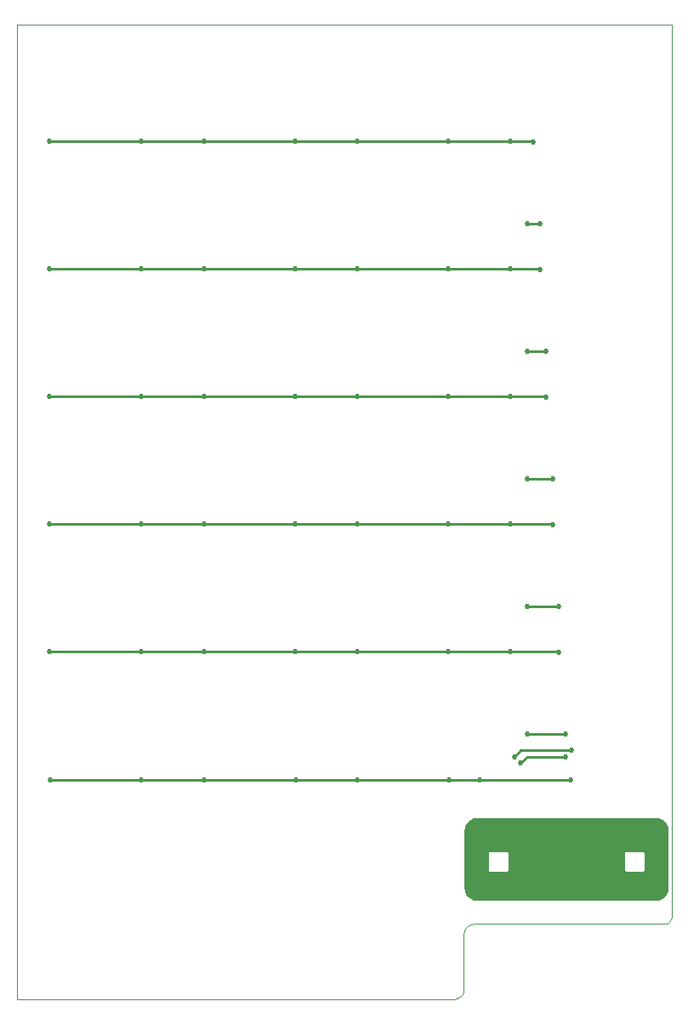
<source format=gbl>
G04*
G04 #@! TF.GenerationSoftware,Altium Limited,CircuitStudio,1.5.2 (30)*
G04*
G04 Layer_Physical_Order=2*
G04 Layer_Color=12500520*
%FSLAX25Y25*%
%MOIN*%
G70*
G01*
G75*
%ADD14C,0.01000*%
%ADD15C,0.00300*%
%ADD16C,0.02050*%
G36*
X251805Y70871D02*
X253022Y70367D01*
X254066Y69566D01*
X254868Y68522D01*
X255371Y67305D01*
X255479Y66491D01*
X255500Y66000D01*
X255500D01*
X255543Y43500D01*
X255371Y42195D01*
X254868Y40978D01*
X254066Y39934D01*
X253022Y39132D01*
X251805Y38629D01*
X250543Y38462D01*
X250500Y38500D01*
Y38500D01*
X180500Y38457D01*
X179195Y38629D01*
X177978Y39132D01*
X176934Y39934D01*
X176133Y40978D01*
X175629Y42195D01*
X175462Y43457D01*
X175500Y43500D01*
X175500D01*
X175457Y66000D01*
Y66000D01*
X175629Y67305D01*
X176133Y68522D01*
X176934Y69566D01*
X177978Y70367D01*
X179195Y70871D01*
X180009Y70978D01*
X180500Y71000D01*
Y71000D01*
X250500Y71043D01*
X250500Y71043D01*
X251805Y70871D01*
D02*
G37*
%LPC*%
G36*
X192075Y57673D02*
X185579D01*
X185119Y57483D01*
X184929Y57024D01*
Y50724D01*
X185119Y50265D01*
X185579Y50075D01*
X192075D01*
X192534Y50265D01*
X192724Y50724D01*
Y57024D01*
X192534Y57483D01*
X192075Y57673D01*
D02*
G37*
G36*
X245421Y57673D02*
X238925D01*
X238466Y57483D01*
X238276Y57024D01*
Y50724D01*
X238466Y50265D01*
X238925Y50075D01*
X245421D01*
X245881Y50265D01*
X246071Y50724D01*
Y57024D01*
X245881Y57483D01*
X245421Y57673D01*
D02*
G37*
%LPD*%
D14*
X195000Y95000D02*
X197500Y97500D01*
X217500D01*
X197500Y92500D02*
X200000Y95000D01*
X215000D01*
X200000Y104000D02*
X215000D01*
X200000Y154000D02*
X212500D01*
X200000Y204000D02*
X210000D01*
X200000Y254000D02*
X207500D01*
X200000Y304000D02*
X205000D01*
X193350Y336150D02*
X202500D01*
X169250D02*
X193350D01*
X133350D02*
X169250D01*
X109250D02*
X133350D01*
X73350D02*
X109250D01*
X48750D02*
X73350D01*
X12850D02*
X48750D01*
X193350Y286150D02*
X205000D01*
X169250D02*
X193350D01*
X133350D02*
X169250D01*
X109250D02*
X133350D01*
X73350D02*
X109250D01*
X48750D02*
X73350D01*
X12850D02*
X48750D01*
X193350Y236150D02*
X207500D01*
X169250D02*
X193350D01*
X133350D02*
X169250D01*
X109250D02*
X133350D01*
X73350D02*
X109250D01*
X48750D02*
X73350D01*
X12850D02*
X48750D01*
X193350Y186150D02*
X210000D01*
X169250D02*
X193350D01*
X133350D02*
X169250D01*
X109250D02*
X133350D01*
X73350D02*
X109250D01*
X48750D02*
X73350D01*
X12850D02*
X48750D01*
X193350Y136150D02*
X212500D01*
X169250D02*
X193350D01*
X133350D02*
X169250D01*
X109250D02*
X133350D01*
X73350D02*
X109250D01*
X48750D02*
X73350D01*
X12850D02*
X48750D01*
X13000Y86000D02*
X217000D01*
D15*
X171260Y0D02*
X172279Y134D01*
X173228Y527D01*
X174044Y1153D01*
X174669Y1969D01*
X175063Y2918D01*
X175197Y3937D01*
X179134Y29528D02*
X178115Y29393D01*
X177165Y29000D01*
X176350Y28374D01*
X175724Y27559D01*
X175331Y26610D01*
X175197Y25591D01*
X253937Y29528D02*
X254992Y29737D01*
X255886Y30335D01*
X256483Y31229D01*
X256693Y32283D01*
X118Y382008D02*
X0Y381890D01*
Y0D02*
X171260D01*
X256693Y33465D02*
Y382008D01*
X175197Y3937D02*
Y25591D01*
X179134Y29528D02*
X253937D01*
X256693Y32283D02*
Y33465D01*
X0Y382008D02*
X256693D01*
X0Y0D02*
Y382008D01*
D16*
X181500Y86000D02*
D03*
X195000Y95000D02*
D03*
X217500Y97500D02*
D03*
X197500Y92500D02*
D03*
X215000Y95000D02*
D03*
X200000Y104000D02*
D03*
X215000D02*
D03*
X200000Y154000D02*
D03*
X212500D02*
D03*
X200000Y204000D02*
D03*
X210000D02*
D03*
X200000Y254000D02*
D03*
X207500D02*
D03*
X200000Y304000D02*
D03*
X205000D02*
D03*
X202500Y336000D02*
D03*
X205000Y286000D02*
D03*
X207500Y236000D02*
D03*
X210000Y186000D02*
D03*
X212500Y136000D02*
D03*
X12850Y336150D02*
D03*
X48750D02*
D03*
X73350D02*
D03*
X109250D02*
D03*
X133350D02*
D03*
X169250D02*
D03*
X193350D02*
D03*
X12850Y286150D02*
D03*
X48750D02*
D03*
X73350D02*
D03*
X109250D02*
D03*
X133350D02*
D03*
X169250D02*
D03*
X193350D02*
D03*
X12850Y236150D02*
D03*
X48750D02*
D03*
X73350D02*
D03*
X109250D02*
D03*
X133350D02*
D03*
X169250D02*
D03*
X193350D02*
D03*
X12850Y186150D02*
D03*
X48750D02*
D03*
X73350D02*
D03*
X109250D02*
D03*
X133350D02*
D03*
X169250D02*
D03*
X193350D02*
D03*
X12850Y136150D02*
D03*
X48750D02*
D03*
X73350D02*
D03*
X109250D02*
D03*
X133350D02*
D03*
X169250D02*
D03*
X193350D02*
D03*
X169400Y86000D02*
D03*
X133500D02*
D03*
X109400D02*
D03*
X73500D02*
D03*
X48900D02*
D03*
X13000D02*
D03*
X217000D02*
D03*
X181390Y61500D02*
D03*
X177890D02*
D03*
X184890D02*
D03*
Y46500D02*
D03*
X177890D02*
D03*
X181390D02*
D03*
X249500D02*
D03*
X246000D02*
D03*
X253000D02*
D03*
Y61500D02*
D03*
X246000D02*
D03*
X249500D02*
D03*
M02*

</source>
